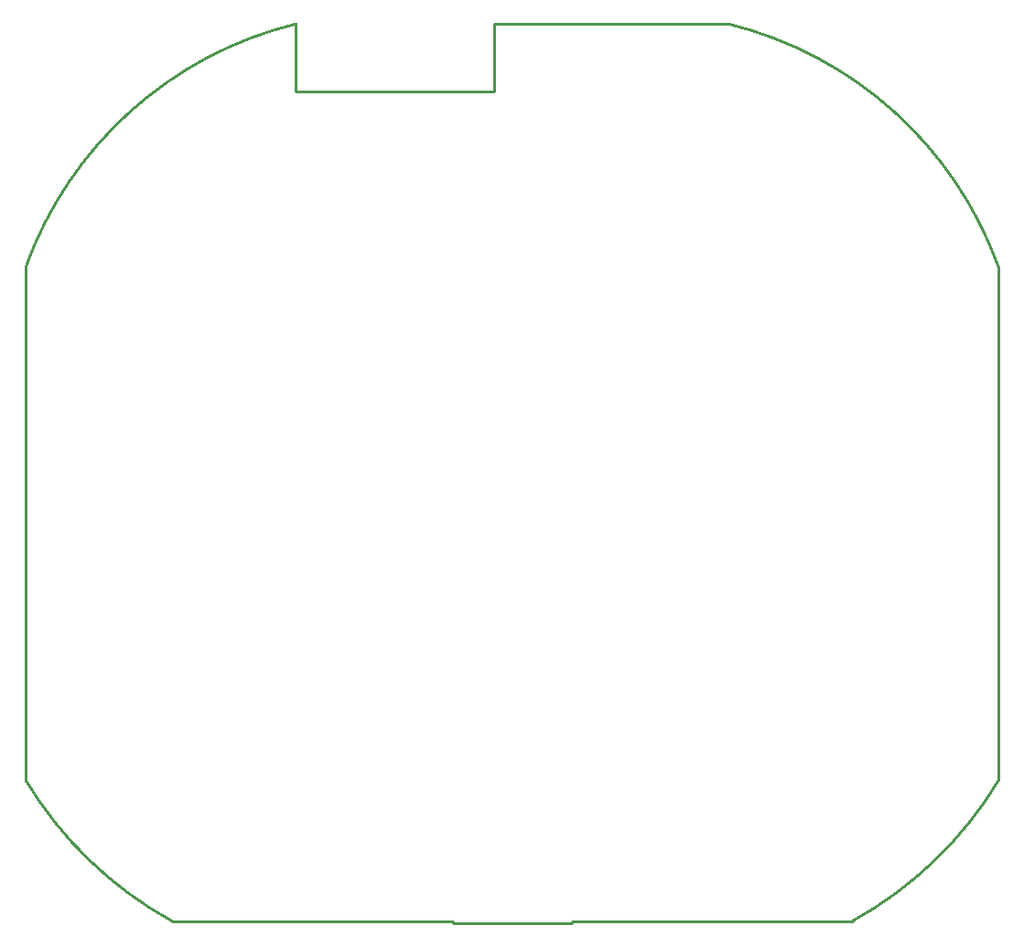
<source format=gm1>
G04*
G04 #@! TF.GenerationSoftware,Altium Limited,Altium Designer,21.6.4 (81)*
G04*
G04 Layer_Color=16711935*
%FSLAX44Y44*%
%MOMM*%
G71*
G04*
G04 #@! TF.SameCoordinates,1D25D15E-8086-452C-9D9C-5104EB157640*
G04*
G04*
G04 #@! TF.FilePolarity,Positive*
G04*
G01*
G75*
%ADD10C,0.2500*%
%ADD12C,0.2540*%
D10*
X1024961Y254942D02*
G03*
X1160000Y385000I-174571J316391D01*
G01*
X260031Y385057D02*
G03*
X395070Y255000I309610J186334D01*
G01*
X693750Y1022250D02*
Y1085000D01*
X510000Y1022250D02*
X693750D01*
Y1085000D02*
X910000D01*
X654250Y255000D02*
X656250Y253000D01*
X395070Y255000D02*
X654250D01*
X764250Y253000D02*
X766250Y255000D01*
X1024930D01*
X656250Y253000D02*
X764250D01*
X510000Y1022250D02*
Y1085000D01*
X1160000Y385000D02*
Y860000D01*
X260000Y385000D02*
Y860000D01*
D12*
X510000Y1085000D02*
G03*
X260000Y860000I84195J-344939D01*
G01*
X1160000Y860000D02*
G03*
X910000Y1085000I-334518J-120298D01*
G01*
X1160000Y385000D02*
G03*
X1159976Y385060I-87250J-35500D01*
G01*
M02*

</source>
